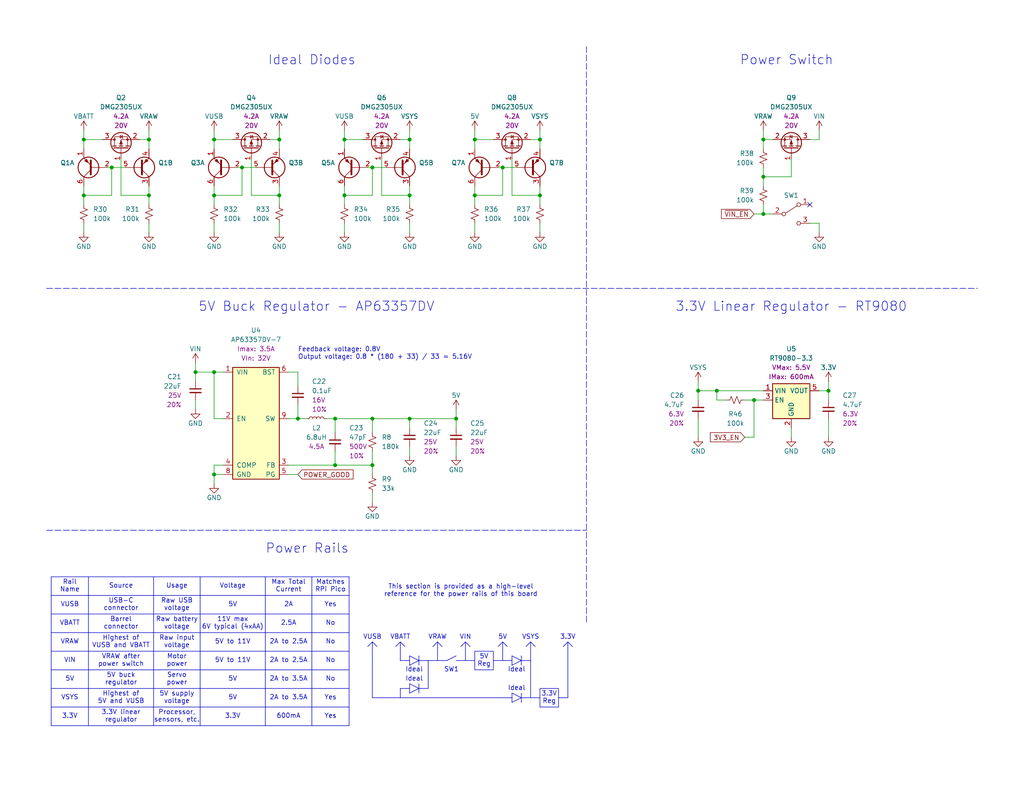
<source format=kicad_sch>
(kicad_sch (version 20231120) (generator "eeschema") (generator_version "8.0")
  (paper "USLetter")
  (title_block (title "SparkFun XRP Control Board") (date "2024-12-12") (rev "v20") (company "SparkFun Electronics") (comment 1 "Designed by: Dryw Wade"))
  (junction (at 205.74 109.22))
  (junction (at 58.42 129.54))
  (junction (at 208.28 58.42))
  (junction (at 226.06 106.68))
  (junction (at 22.86 53.34))
  (junction (at 129.54 53.34))
  (junction (at 111.76 53.34))
  (junction (at 137.16 45.72))
  (junction (at 22.86 38.1))
  (junction (at 208.28 38.1))
  (junction (at 30.48 45.72))
  (junction (at 66.04 45.72))
  (junction (at 208.28 48.26))
  (junction (at 124.46 114.3))
  (junction (at 101.6 114.3))
  (junction (at 93.98 53.34))
  (junction (at 58.42 101.6))
  (junction (at 58.42 38.1))
  (junction (at 129.54 38.1))
  (junction (at 58.42 53.34))
  (junction (at 195.58 106.68))
  (junction (at 101.6 45.72))
  (junction (at 76.2 38.1))
  (junction (at 81.28 114.3))
  (junction (at 53.34 101.6))
  (junction (at 111.76 114.3))
  (junction (at 101.6 127))
  (junction (at 91.44 114.3))
  (junction (at 190.5 106.68))
  (junction (at 147.32 53.34))
  (junction (at 111.76 38.1))
  (junction (at 91.44 127))
  (junction (at 147.32 38.1))
  (junction (at 93.98 38.1))
  (junction (at 40.64 53.34))
  (junction (at 76.2 53.34))
  (junction (at 40.64 38.1))
  (no_connect (at 220.98 55.88))
  (wire (pts (xy 91.44 114.3) (xy 91.44 118.11)))
  (polyline (pts (xy 13.97 182.88) (xy 95.25 182.88)))
  (wire (pts (xy 29.21 45.72) (xy 30.48 45.72)))
  (wire (pts (xy 215.9 43.18) (xy 215.9 48.26)))
  (wire (pts (xy 139.7 53.34) (xy 147.32 53.34)))
  (wire (pts (xy 129.54 63.5) (xy 129.54 60.96)))
  (wire (pts (xy 101.6 137.16) (xy 101.6 134.62)))
  (wire (pts (xy 40.64 53.34) (xy 40.64 55.88)))
  (polyline (pts (xy 153.67 176.53) (xy 154.94 175.26)))
  (polyline (pts (xy 109.22 180.34) (xy 111.76 180.34)))
  (wire (pts (xy 215.9 119.38) (xy 215.9 116.84)))
  (wire (pts (xy 208.28 38.1) (xy 210.82 38.1)))
  (wire (pts (xy 81.28 101.6) (xy 78.74 101.6)))
  (polyline (pts (xy 127 175.26) (xy 128.27 176.53)))
  (polyline (pts (xy 127 175.26) (xy 127 180.34)))
  (wire (pts (xy 53.34 99.06) (xy 53.34 101.6)))
  (polyline (pts (xy 111.76 181.61) (xy 114.3 180.34)))
  (polyline (pts (xy 139.7 189.23) (xy 142.24 190.5)))
  (wire (pts (xy 58.42 101.6) (xy 60.96 101.6)))
  (wire (pts (xy 104.14 43.18) (xy 104.14 53.34)))
  (wire (pts (xy 205.74 58.42) (xy 208.28 58.42)))
  (wire (pts (xy 223.52 60.96) (xy 223.52 63.5)))
  (wire (pts (xy 101.6 114.3) (xy 91.44 114.3)))
  (wire (pts (xy 198.12 109.22) (xy 195.58 109.22)))
  (polyline (pts (xy 116.84 180.34) (xy 116.84 187.96)))
  (wire (pts (xy 223.52 106.68) (xy 226.06 106.68)))
  (wire (pts (xy 33.02 53.34) (xy 40.64 53.34)))
  (wire (pts (xy 205.74 109.22) (xy 208.28 109.22)))
  (polyline (pts (xy 100.33 176.53) (xy 101.6 175.26)))
  (wire (pts (xy 190.5 106.68) (xy 190.5 109.22)))
  (polyline (pts (xy 95.25 198.12) (xy 95.25 157.48)))
  (wire (pts (xy 195.58 109.22) (xy 195.58 106.68)))
  (polyline (pts (xy 119.38 175.26) (xy 119.38 180.34)))
  (polyline (pts (xy 142.24 180.34) (xy 144.78 180.34)))
  (wire (pts (xy 58.42 50.8) (xy 58.42 53.34)))
  (wire (pts (xy 76.2 35.56) (xy 76.2 38.1)))
  (wire (pts (xy 58.42 127) (xy 58.42 129.54)))
  (polyline (pts (xy 111.76 187.96) (xy 109.22 187.96)))
  (wire (pts (xy 208.28 106.68) (xy 195.58 106.68)))
  (wire (pts (xy 40.64 35.56) (xy 40.64 38.1)))
  (polyline (pts (xy 144.78 180.34) (xy 144.78 190.5)))
  (wire (pts (xy 22.86 35.56) (xy 22.86 38.1)))
  (wire (pts (xy 226.06 106.68) (xy 226.06 109.22)))
  (polyline (pts (xy 13.97 157.48) (xy 13.97 198.12)))
  (polyline (pts (xy 114.3 179.07) (xy 114.3 181.61)))
  (wire (pts (xy 101.6 127) (xy 91.44 127)))
  (wire (pts (xy 93.98 35.56) (xy 93.98 38.1)))
  (polyline (pts (xy 114.3 187.96) (xy 116.84 187.96)))
  (wire (pts (xy 111.76 40.64) (xy 111.76 38.1)))
  (polyline (pts (xy 111.76 179.07) (xy 111.76 181.61)))
  (wire (pts (xy 81.28 101.6) (xy 81.28 105.41)))
  (wire (pts (xy 124.46 114.3) (xy 111.76 114.3)))
  (wire (pts (xy 81.28 114.3) (xy 83.82 114.3)))
  (polyline (pts (xy 139.7 179.07) (xy 142.24 180.34)))
  (polyline (pts (xy 109.22 175.26) (xy 110.49 176.53)))
  (wire (pts (xy 76.2 38.1) (xy 73.66 38.1)))
  (polyline (pts (xy 111.76 186.69) (xy 111.76 189.23)))
  (wire (pts (xy 40.64 38.1) (xy 38.1 38.1)))
  (polyline (pts (xy 125.73 176.53) (xy 127 175.26)))
  (wire (pts (xy 76.2 53.34) (xy 76.2 55.88)))
  (wire (pts (xy 129.54 38.1) (xy 134.62 38.1)))
  (wire (pts (xy 111.76 116.84) (xy 111.76 114.3)))
  (wire (pts (xy 22.86 50.8) (xy 22.86 53.34)))
  (polyline (pts (xy 109.22 190.5) (xy 139.7 190.5)))
  (wire (pts (xy 139.7 43.18) (xy 139.7 53.34)))
  (wire (pts (xy 58.42 129.54) (xy 58.42 132.08)))
  (wire (pts (xy 137.16 45.72) (xy 140.97 45.72)))
  (polyline (pts (xy 101.6 175.26) (xy 102.87 176.53)))
  (wire (pts (xy 91.44 127) (xy 78.74 127)))
  (wire (pts (xy 129.54 35.56) (xy 129.54 38.1)))
  (wire (pts (xy 101.6 45.72) (xy 105.41 45.72)))
  (wire (pts (xy 78.74 114.3) (xy 81.28 114.3)))
  (polyline (pts (xy 13.97 177.8) (xy 95.25 177.8)))
  (polyline (pts (xy 13.97 198.12) (xy 95.25 198.12)))
  (polyline (pts (xy 139.7 181.61) (xy 142.24 180.34)))
  (wire (pts (xy 147.32 38.1) (xy 144.78 38.1)))
  (polyline (pts (xy 137.16 175.26) (xy 137.16 180.34)))
  (wire (pts (xy 220.98 38.1) (xy 223.52 38.1)))
  (wire (pts (xy 53.34 111.76) (xy 53.34 109.22)))
  (wire (pts (xy 203.2 109.22) (xy 205.74 109.22)))
  (wire (pts (xy 129.54 50.8) (xy 129.54 53.34)))
  (wire (pts (xy 101.6 114.3) (xy 101.6 118.11)))
  (wire (pts (xy 205.74 119.38) (xy 205.74 109.22)))
  (wire (pts (xy 129.54 40.64) (xy 129.54 38.1)))
  (wire (pts (xy 111.76 50.8) (xy 111.76 53.34)))
  (polyline (pts (xy 139.7 179.07) (xy 139.7 181.61)))
  (wire (pts (xy 22.86 53.34) (xy 22.86 55.88)))
  (polyline (pts (xy 13.97 187.96) (xy 95.25 187.96)))
  (polyline (pts (xy 160.02 12.7) (xy 160.02 170.18)) (stroke (width 0) (type dash)))
  (wire (pts (xy 58.42 114.3) (xy 60.96 114.3)))
  (wire (pts (xy 137.16 53.34) (xy 137.16 45.72)))
  (wire (pts (xy 93.98 53.34) (xy 101.6 53.34)))
  (wire (pts (xy 66.04 53.34) (xy 66.04 45.72)))
  (wire (pts (xy 208.28 45.72) (xy 208.28 48.26)))
  (wire (pts (xy 58.42 53.34) (xy 66.04 53.34)))
  (wire (pts (xy 195.58 106.68) (xy 190.5 106.68)))
  (polyline (pts (xy 13.97 172.72) (xy 95.25 172.72)))
  (wire (pts (xy 66.04 45.72) (xy 69.85 45.72)))
  (polyline (pts (xy 124.46 179.07) (xy 121.92 180.34)))
  (polyline (pts (xy 135.89 176.53) (xy 137.16 175.26)))
  (wire (pts (xy 111.76 35.56) (xy 111.76 38.1)))
  (wire (pts (xy 101.6 53.34) (xy 101.6 45.72)))
  (wire (pts (xy 100.33 45.72) (xy 101.6 45.72)))
  (polyline (pts (xy 85.09 157.48) (xy 85.09 198.12)))
  (wire (pts (xy 40.64 63.5) (xy 40.64 60.96)))
  (wire (pts (xy 124.46 111.76) (xy 124.46 114.3)))
  (polyline (pts (xy 144.78 175.26) (xy 146.05 176.53)))
  (wire (pts (xy 33.02 43.18) (xy 33.02 53.34)))
  (wire (pts (xy 64.77 45.72) (xy 66.04 45.72)))
  (wire (pts (xy 40.64 50.8) (xy 40.64 53.34)))
  (polyline (pts (xy 142.24 189.23) (xy 142.24 191.77)))
  (polyline (pts (xy 124.46 180.34) (xy 129.54 180.34)))
  (polyline (pts (xy 12.7 78.74) (xy 266.7 78.74)) (stroke (width 0) (type dash)))
  (polyline (pts (xy 109.22 190.5) (xy 101.6 190.5)))
  (polyline (pts (xy 134.62 180.34) (xy 139.7 180.34)))
  (wire (pts (xy 111.76 124.46) (xy 111.76 121.92)))
  (wire (pts (xy 91.44 123.19) (xy 91.44 127)))
  (wire (pts (xy 135.89 45.72) (xy 137.16 45.72)))
  (polyline (pts (xy 13.97 193.04) (xy 95.25 193.04)))
  (wire (pts (xy 58.42 63.5) (xy 58.42 60.96)))
  (polyline (pts (xy 41.91 157.48) (xy 41.91 198.12)))
  (wire (pts (xy 129.54 53.34) (xy 137.16 53.34)))
  (wire (pts (xy 58.42 35.56) (xy 58.42 38.1)))
  (wire (pts (xy 60.96 127) (xy 58.42 127)))
  (wire (pts (xy 76.2 40.64) (xy 76.2 38.1)))
  (polyline (pts (xy 107.95 176.53) (xy 109.22 175.26)))
  (wire (pts (xy 58.42 40.64) (xy 58.42 38.1)))
  (wire (pts (xy 78.74 129.54) (xy 81.28 129.54)))
  (wire (pts (xy 208.28 58.42) (xy 210.82 58.42)))
  (wire (pts (xy 147.32 50.8) (xy 147.32 53.34)))
  (wire (pts (xy 58.42 38.1) (xy 63.5 38.1)))
  (wire (pts (xy 88.9 114.3) (xy 91.44 114.3)))
  (wire (pts (xy 40.64 40.64) (xy 40.64 38.1)))
  (wire (pts (xy 203.2 119.38) (xy 205.74 119.38)))
  (wire (pts (xy 226.06 114.3) (xy 226.06 119.38)))
  (polyline (pts (xy 139.7 189.23) (xy 139.7 191.77)))
  (polyline (pts (xy 24.13 157.48) (xy 24.13 198.12)))
  (wire (pts (xy 220.98 60.96) (xy 223.52 60.96)))
  (wire (pts (xy 60.96 129.54) (xy 58.42 129.54)))
  (wire (pts (xy 53.34 101.6) (xy 53.34 104.14)))
  (polyline (pts (xy 13.97 157.48) (xy 95.25 157.48)))
  (polyline (pts (xy 101.6 175.26) (xy 101.6 180.34)))
  (polyline (pts (xy 144.78 175.26) (xy 144.78 180.34)))
  (polyline (pts (xy 142.24 179.07) (xy 142.24 181.61)))
  (wire (pts (xy 68.58 43.18) (xy 68.58 53.34)))
  (wire (pts (xy 30.48 45.72) (xy 34.29 45.72)))
  (polyline (pts (xy 116.84 180.34) (xy 121.92 180.34)))
  (wire (pts (xy 215.9 48.26) (xy 208.28 48.26)))
  (wire (pts (xy 53.34 101.6) (xy 58.42 101.6)))
  (wire (pts (xy 93.98 40.64) (xy 93.98 38.1)))
  (wire (pts (xy 208.28 35.56) (xy 208.28 38.1)))
  (wire (pts (xy 111.76 114.3) (xy 101.6 114.3)))
  (wire (pts (xy 68.58 53.34) (xy 76.2 53.34)))
  (polyline (pts (xy 111.76 186.69) (xy 114.3 187.96)))
  (wire (pts (xy 124.46 116.84) (xy 124.46 114.3)))
  (wire (pts (xy 22.86 40.64) (xy 22.86 38.1)))
  (wire (pts (xy 76.2 50.8) (xy 76.2 53.34)))
  (polyline (pts (xy 13.97 162.56) (xy 95.25 162.56)))
  (wire (pts (xy 101.6 123.19) (xy 101.6 127)))
  (polyline (pts (xy 111.76 189.23) (xy 114.3 187.96)))
  (polyline (pts (xy 139.7 191.77) (xy 142.24 190.5)))
  (polyline (pts (xy 118.11 176.53) (xy 119.38 175.26)))
  (wire (pts (xy 147.32 35.56) (xy 147.32 38.1)))
  (wire (pts (xy 111.76 63.5) (xy 111.76 60.96)))
  (wire (pts (xy 101.6 129.54) (xy 101.6 127)))
  (polyline (pts (xy 142.24 190.5) (xy 147.32 190.5)))
  (wire (pts (xy 93.98 50.8) (xy 93.98 53.34)))
  (wire (pts (xy 76.2 63.5) (xy 76.2 60.96)))
  (polyline (pts (xy 152.4 190.5) (xy 154.94 190.5)))
  (wire (pts (xy 124.46 124.46) (xy 124.46 121.92)))
  (polyline (pts (xy 72.39 157.48) (xy 72.39 198.12)))
  (polyline (pts (xy 111.76 179.07) (xy 114.3 180.34)))
  (wire (pts (xy 93.98 63.5) (xy 93.98 60.96)))
  (wire (pts (xy 147.32 40.64) (xy 147.32 38.1)))
  (wire (pts (xy 208.28 55.88) (xy 208.28 58.42)))
  (polyline (pts (xy 114.3 186.69) (xy 114.3 189.23)))
  (wire (pts (xy 93.98 53.34) (xy 93.98 55.88)))
  (wire (pts (xy 22.86 53.34) (xy 30.48 53.34)))
  (wire (pts (xy 30.48 53.34) (xy 30.48 45.72)))
  (wire (pts (xy 208.28 38.1) (xy 208.28 40.64)))
  (wire (pts (xy 190.5 104.14) (xy 190.5 106.68)))
  (polyline (pts (xy 12.7 144.78) (xy 160.02 144.78)) (stroke (width 0) (type dash)))
  (wire (pts (xy 147.32 53.34) (xy 147.32 55.88)))
  (wire (pts (xy 111.76 38.1) (xy 109.22 38.1)))
  (polyline (pts (xy 13.97 167.64) (xy 95.25 167.64)))
  (wire (pts (xy 93.98 38.1) (xy 99.06 38.1)))
  (wire (pts (xy 226.06 104.14) (xy 226.06 106.68)))
  (polyline (pts (xy 154.94 175.26) (xy 154.94 190.5)))
  (wire (pts (xy 22.86 63.5) (xy 22.86 60.96)))
  (wire (pts (xy 58.42 101.6) (xy 58.42 114.3)))
  (wire (pts (xy 81.28 110.49) (xy 81.28 114.3)))
  (polyline (pts (xy 109.22 175.26) (xy 109.22 180.34)))
  (wire (pts (xy 208.28 48.26) (xy 208.28 50.8)))
  (wire (pts (xy 147.32 63.5) (xy 147.32 60.96)))
  (wire (pts (xy 22.86 38.1) (xy 27.94 38.1)))
  (polyline (pts (xy 109.22 187.96) (xy 109.22 190.5)))
  (polyline (pts (xy 143.51 176.53) (xy 144.78 175.26)))
  (wire (pts (xy 111.76 53.34) (xy 111.76 55.88)))
  (polyline (pts (xy 101.6 180.34) (xy 101.6 190.5)))
  (polyline (pts (xy 54.61 157.48) (xy 54.61 198.12)))
  (polyline (pts (xy 114.3 180.34) (xy 116.84 180.34)))
  (polyline (pts (xy 154.94 175.26) (xy 156.21 176.53)))
  (polyline (pts (xy 137.16 175.26) (xy 138.43 176.53)))
  (wire (pts (xy 104.14 53.34) (xy 111.76 53.34)))
  (wire (pts (xy 58.42 53.34) (xy 58.42 55.88)))
  (wire (pts (xy 129.54 53.34) (xy 129.54 55.88)))
  (wire (pts (xy 223.52 38.1) (xy 223.52 35.56)))
  (polyline (pts (xy 119.38 175.26) (xy 120.65 176.53)))
  (wire (pts (xy 190.5 119.38) (xy 190.5 114.3)))
  (rectangle (start 147.32 187.96) (end 152.4 193.04))
  (rectangle (start 129.54 177.8) (end 134.62 182.88))
  (text "VIN" (at 19.05 180.34 0) (effects (font (size 1.27 1.27))))
  (text "VUSB" (at 101.6 173.99 0) (effects (font (size 1.27 1.27))))
  (text "USB-C\nconnector" (at 33.02 165.1 0) (effects (font (size 1.27 1.27))))
  (text "600mA" (at 78.74 195.58 0) (effects (font (size 1.27 1.27))))
  (text "2A" (at 78.74 165.1 0) (effects (font (size 1.27 1.27))))
  (text "No" (at 90.17 185.42 0) (effects (font (size 1.27 1.27))))
  (text "Yes" (at 90.17 195.58 0) (effects (font (size 1.27 1.27))))
  (text "Raw battery\nvoltage" (at 48.26 170.18 0) (effects (font (size 1.27 1.27))))
  (text "VUSB" (at 19.05 165.1 0) (effects (font (size 1.27 1.27))))
  (text "Raw USB\nvoltage" (at 48.26 165.1 0) (effects (font (size 1.27 1.27))))
  (text "VRAW after\npower switch" (at 33.02 180.34 0) (effects (font (size 1.27 1.27))))
  (text "5V" (at 63.5 185.42 0) (effects (font (size 1.27 1.27))))
  (text "Raw input\nvoltage" (at 48.26 175.26 0) (effects (font (size 1.27 1.27))))
  (text "This section is provided as a high-level\nreference for the power rails of this board" (at 125.73 161.29 0) (effects (font (size 1.27 1.27))))
  (text "3.3V" (at 63.5 195.58 0) (effects (font (size 1.27 1.27))))
  (text "Ideal" (at 140.97 182.88 0) (effects (font (size 1.27 1.27))))
  (text "No" (at 90.17 175.26 0) (effects (font (size 1.27 1.27))))
  (text "3.3V Linear Regulator - RT9080" (at 215.9 83.82 0) (effects (font (size 2.54 2.54))))
  (text "2A to 3.5A" (at 78.74 190.5 0) (effects (font (size 1.27 1.27))))
  (text "Voltage" (at 63.5 160.02 0) (effects (font (size 1.27 1.27))))
  (text "5V\nReg" (at 132.08 180.34 0) (effects (font (size 1.27 1.27))))
  (text "Yes" (at 90.17 190.5 0) (effects (font (size 1.27 1.27))))
  (text "Rail\nName" (at 19.05 160.02 0) (effects (font (size 1.27 1.27))))
  (text "VSYS" (at 144.78 173.99 0) (effects (font (size 1.27 1.27))))
  (text "2A to 2.5A" (at 78.74 175.26 0) (effects (font (size 1.27 1.27))))
  (text "Servo\npower" (at 48.26 185.42 0) (effects (font (size 1.27 1.27))))
  (text "5V Buck Regulator - AP63357DV" (at 86.36 83.82 0) (effects (font (size 2.54 2.54))))
  (text "Power Rails" (at 83.82 149.86 0) (effects (font (size 2.54 2.54))))
  (text "2A to 3.5A" (at 78.74 185.42 0) (effects (font (size 1.27 1.27))))
  (text "VBATT" (at 19.05 170.18 0) (effects (font (size 1.27 1.27))))
  (text "Usage" (at 48.26 160.02 0) (effects (font (size 1.27 1.27))))
  (text "VRAW" (at 119.38 173.99 0) (effects (font (size 1.27 1.27))))
  (text "Power Switch" (at 214.63 16.51 0) (effects (font (size 2.54 2.54))))
  (text "11V max\n6V typical (4xAA)" (at 63.5 170.18 0) (effects (font (size 1.27 1.27))))
  (text "3.3V" (at 154.94 173.99 0) (effects (font (size 1.27 1.27))))
  (text "Ideal Diodes" (at 85.09 16.51 0) (effects (font (size 2.54 2.54))))
  (text "Highest of\n5V and VUSB" (at 33.02 190.5 0) (effects (font (size 1.27 1.27))))
  (text "5V to 11V" (at 63.5 175.26 0) (effects (font (size 1.27 1.27))))
  (text "No" (at 90.17 180.34 0) (effects (font (size 1.27 1.27))))
  (text "3.3V" (at 19.05 195.58 0) (effects (font (size 1.27 1.27))))
  (text "Source" (at 33.02 160.02 0) (effects (font (size 1.27 1.27))))
  (text "Feedback voltage: 0.8V\nOutput voltage: 0.8 * (180 + 33) / 33 = 5.16V" (at 81.28 96.52 0) (effects (font (size 1.27 1.27)) (justify left)))
  (text "Max Total\nCurrent" (at 78.74 160.02 0) (effects (font (size 1.27 1.27))))
  (text "5V to 11V" (at 63.5 180.34 0) (effects (font (size 1.27 1.27))))
  (text "5V supply\nvoltage" (at 48.26 190.5 0) (effects (font (size 1.27 1.27))))
  (text "Yes" (at 90.17 165.1 0) (effects (font (size 1.27 1.27))))
  (text "Ideal" (at 113.03 185.42 0) (effects (font (size 1.27 1.27))))
  (text "Highest of\nVUSB and VBATT" (at 33.02 175.26 0) (effects (font (size 1.27 1.27))))
  (text "VSYS" (at 19.05 190.5 0) (effects (font (size 1.27 1.27))))
  (text "Barrel\nconnector" (at 33.02 170.18 0) (effects (font (size 1.27 1.27))))
  (text "2A to 2.5A" (at 78.74 180.34 0) (effects (font (size 1.27 1.27))))
  (text "VBATT" (at 109.22 173.99 0) (effects (font (size 1.27 1.27))))
  (text "3.3V\nReg" (at 149.86 190.5 0) (effects (font (size 1.27 1.27))))
  (text "SW1" (at 123.19 182.88 0) (effects (font (size 1.27 1.27))))
  (text "VIN" (at 127 173.99 0) (effects (font (size 1.27 1.27))))
  (text "No" (at 90.17 170.18 0) (effects (font (size 1.27 1.27))))
  (text "5V" (at 137.16 173.99 0) (effects (font (size 1.27 1.27))))
  (text "5V" (at 19.05 185.42 0) (effects (font (size 1.27 1.27))))
  (text "Matches\nRPi Pico" (at 90.17 160.02 0) (effects (font (size 1.27 1.27))))
  (text "3.3V linear\nregulator" (at 33.02 195.58 0) (effects (font (size 1.27 1.27))))
  (text "5V buck\nregulator" (at 33.02 185.42 0) (effects (font (size 1.27 1.27))))
  (text "VRAW" (at 19.05 175.26 0) (effects (font (size 1.27 1.27))))
  (text "Motor\npower" (at 48.26 180.34 0) (effects (font (size 1.27 1.27))))
  (text "Ideal" (at 113.03 182.88 0) (effects (font (size 1.27 1.27))))
  (text "2.5A" (at 78.74 170.18 0) (effects (font (size 1.27 1.27))))
  (text "Processor,\nsensors, etc." (at 48.26 195.58 0) (effects (font (size 1.27 1.27))))
  (text "5V" (at 63.5 190.5 0) (effects (font (size 1.27 1.27))))
  (text "5V" (at 63.5 165.1 0) (effects (font (size 1.27 1.27))))
  (text "Ideal" (at 140.97 187.96 0) (effects (font (size 1.27 1.27))))
  (global_label "POWER_GOOD" (shape input) (at 81.28 129.54 0) (property "Intersheetrefs" "${INTERSHEET_REFS}" (effects (hide yes))))
  (global_label "~{VIN_EN}" (shape input) (at 205.74 58.42 180) (property "Intersheetrefs" "${INTERSHEET_REFS}" (effects (hide yes))))
  (global_label "3V3_EN" (shape input) (at 203.2 119.38 180) (property "Intersheetrefs" "${INTERSHEET_REFS}" (effects (hide yes))))
  (symbol (lib_id "SparkFun-Resistor:100k_0402") (at 40.64 58.42 90) (unit 1)
    (property "Reference" "R31" (at 38.1 57.1499 90) (effects (justify left)))
    (property "Value" "100k" (at 38.1 59.6899 90) (effects (justify left)))
    (property "Footprint" "SparkFun-Resistor:R_0402_1005Metric" (effects (hide yes)))
    (property "Datasheet" "https://www.vishay.com/docs/20035/dcrcwe3.pdf" (effects (hide yes)))
    (property "Description" "Resistor" (effects (hide yes)))
    (property "PROD_ID" "RES-13495" (effects (hide yes)))
  )
  (symbol (lib_id "SparkFun-Resistor:33k_0402") (at 101.6 132.08 90) (unit 1)
    (property "Reference" "R9" (at 104.14 130.8099 90) (effects (justify right)))
    (property "Value" "33k" (at 104.14 133.3499 90) (effects (justify right)))
    (property "Footprint" "SparkFun-Resistor:R_0402_1005Metric" (effects (hide yes)))
    (property "Datasheet" "https://www.vishay.com/docs/20035/dcrcwe3.pdf" (effects (hide yes)))
    (property "Description" "Resistor" (effects (hide yes)))
    (property "PROD_ID" "RES-15128" (effects (hide yes)))
  )
  (symbol (lib_id "SparkFun-DiscreteSemi:Q_PMOS_4.2A_20V") (at 33.02 40.64 90) (unit 1)
    (property "Reference" "Q2" (at 33.02 26.67 90))
    (property "Value" "DMG2305UX" (at 33.02 29.21 90))
    (property "Footprint" "SparkFun-Semiconductor-Standard:SOT23-3" (effects (hide yes)))
    (property "Datasheet" "https://www.diodes.com/assets/Datasheets/DMG2305UX.pdf" (effects (hide yes)))
    (property "Description" "P-MOSFET transistor, drain/gate/source" (effects (hide yes)))
    (property "PROD_ID" "TRANS-14388" (effects (hide yes)))
    (property "IMax" "4.2A" (at 33.02 31.75 90))
    (property "VMax" "20V" (at 33.02 34.29 90))
  )
  (symbol (lib_id "SparkFun-DiscreteSemi:Q_PMOS_4.2A_20V") (at 215.9 40.64 270) (mirror x) (unit 1)
    (property "Reference" "Q9" (at 215.9 26.67 90))
    (property "Value" "DMG2305UX" (at 215.9 29.21 90))
    (property "Footprint" "SparkFun-Semiconductor-Standard:SOT23-3" (effects (hide yes)))
    (property "Datasheet" "https://www.diodes.com/assets/Datasheets/DMG2305UX.pdf" (effects (hide yes)))
    (property "Description" "P-MOSFET transistor, drain/gate/source" (effects (hide yes)))
    (property "PROD_ID" "TRANS-14388" (effects (hide yes)))
    (property "IMax" "4.2A" (at 215.9 31.75 90))
    (property "VMax" "20V" (at 215.9 34.29 90))
  )
  (symbol (lib_id "SparkFun-PowerSymbol:VRAW") (at 147.32 35.56 0) (unit 1)
    (property "Reference" "#PWR0153" (effects (hide yes)))
    (property "Value" "VSYS" (at 147.32 31.75 0))
    (property "Description" "Power symbol creates a global label with name \"VRAW\"" (effects (hide yes)))
  )
  (symbol (lib_id "SparkFun-PowerSymbol:VRAW") (at 111.76 35.56 0) (unit 1)
    (property "Reference" "#PWR0152" (effects (hide yes)))
    (property "Value" "VSYS" (at 111.76 31.75 0))
    (property "Description" "Power symbol creates a global label with name \"VRAW\"" (effects (hide yes)))
  )
  (symbol (lib_id "SparkFun-PowerSymbol:GND") (at 111.76 124.46 0) (unit 1)
    (property "Reference" "#PWR045" (effects (hide yes)))
    (property "Value" "GND" (at 111.76 128.27 0))
    (property "Description" "Power symbol creates a global label with name \"GND\" , ground" (effects (hide yes)))
  )
  (symbol (lib_id "SparkFun-PowerSymbol:GND") (at 53.34 111.76 0) (unit 1)
    (property "Reference" "#PWR042" (effects (hide yes)))
    (property "Value" "GND" (at 53.34 115.57 0))
    (property "Description" "Power symbol creates a global label with name \"GND\" , ground" (effects (hide yes)))
  )
  (symbol (lib_id "SparkFun-PowerSymbol:GND") (at 93.98 63.5 0) (unit 1)
    (property "Reference" "#PWR0141" (effects (hide yes)))
    (property "Value" "GND" (at 93.98 67.31 0))
    (property "Description" "Power symbol creates a global label with name \"GND\" , ground" (effects (hide yes)))
  )
  (symbol (lib_id "SparkFun-DiscreteSemi:Q_PNP_DUAL") (at 96.52 45.72 0) (mirror y) (unit 1)
    (property "Reference" "Q5" (at 91.44 44.4499 0) (effects (justify left)))
    (property "Value" "BCM857BS-7-F" (effects (hide yes)))
    (property "Footprint" "SparkFun-Semiconductor-Standard:SOT-323" (effects (hide yes)))
    (property "Datasheet" "https://www.diodes.com/assets/Datasheets/BCM857BS.pdf" (effects (hide yes)))
    (property "Description" "100mA IC, 65V Vce, Dual PNP/PNP Transistors, SOT-363" (effects (hide yes)))
    (property "PROD_ID" "TRANS-14386" (effects (hide yes)))
  )
  (symbol (lib_id "SparkFun-PowerSymbol:GND") (at 223.52 63.5 0) (unit 1)
    (property "Reference" "#PWR0158" (effects (hide yes)))
    (property "Value" "GND" (at 223.52 67.31 0))
    (property "Description" "Power symbol creates a global label with name \"GND\" , ground" (effects (hide yes)))
  )
  (symbol (lib_id "SparkFun-DiscreteSemi:Q_PNP_DUAL") (at 109.22 45.72 0) (unit 2)
    (property "Reference" "Q5" (at 114.3 44.4499 0) (effects (justify left)))
    (property "Value" "BCM857BS-7-F" (effects (hide yes)))
    (property "Footprint" "SparkFun-Semiconductor-Standard:SOT-323" (effects (hide yes)))
    (property "Datasheet" "https://www.diodes.com/assets/Datasheets/BCM857BS.pdf" (effects (hide yes)))
    (property "Description" "100mA IC, 65V Vce, Dual PNP/PNP Transistors, SOT-363" (effects (hide yes)))
    (property "PROD_ID" "TRANS-14386" (effects (hide yes)))
  )
  (symbol (lib_id "SparkFun-PowerSymbol:VRAW") (at 208.28 35.56 0) (unit 1)
    (property "Reference" "#PWR0156" (effects (hide yes)))
    (property "Value" "VRAW" (at 208.28 31.75 0))
    (property "Description" "Power symbol creates a global label with name \"VRAW\"" (effects (hide yes)))
  )
  (symbol (lib_id "SparkFun-Resistor:100k_0402") (at 200.66 109.22 0) (unit 1)
    (property "Reference" "R46" (at 200.66 113.03 0))
    (property "Value" "100k" (at 200.66 115.57 0))
    (property "Footprint" "SparkFun-Resistor:R_0402_1005Metric" (effects (hide yes)))
    (property "Datasheet" "https://www.vishay.com/docs/20035/dcrcwe3.pdf" (effects (hide yes)))
    (property "Description" "Resistor" (effects (hide yes)))
    (property "PROD_ID" "RES-13495" (effects (hide yes)))
  )
  (symbol (lib_id "SparkFun-PowerSymbol:GND") (at 58.42 132.08 0) (unit 1)
    (property "Reference" "#PWR043" (effects (hide yes)))
    (property "Value" "GND" (at 58.42 135.89 0))
    (property "Description" "Power symbol creates a global label with name \"GND\" , ground" (effects (hide yes)))
  )
  (symbol (lib_id "SparkFun-Resistor:100k_0402") (at 22.86 58.42 90) (unit 1)
    (property "Reference" "R30" (at 25.4 57.1499 90) (effects (justify right)))
    (property "Value" "100k" (at 25.4 59.6899 90) (effects (justify right)))
    (property "Footprint" "SparkFun-Resistor:R_0402_1005Metric" (effects (hide yes)))
    (property "Datasheet" "https://www.vishay.com/docs/20035/dcrcwe3.pdf" (effects (hide yes)))
    (property "Description" "Resistor" (effects (hide yes)))
    (property "PROD_ID" "RES-13495" (effects (hide yes)))
  )
  (symbol (lib_id "SparkFun-DiscreteSemi:Q_PNP_DUAL") (at 73.66 45.72 0) (unit 2)
    (property "Reference" "Q3" (at 78.74 44.4499 0) (effects (justify left)))
    (property "Value" "BCM857BS-7-F" (effects (hide yes)))
    (property "Footprint" "SparkFun-Semiconductor-Standard:SOT-323" (effects (hide yes)))
    (property "Datasheet" "https://www.diodes.com/assets/Datasheets/BCM857BS.pdf" (effects (hide yes)))
    (property "Description" "100mA IC, 65V Vce, Dual PNP/PNP Transistors, SOT-363" (effects (hide yes)))
    (property "PROD_ID" "TRANS-14386" (effects (hide yes)))
  )
  (symbol (lib_id "SparkFun-Switch:SPDT_Slide_SMD_6.7x2.6mm") (at 215.9 58.42 0) (unit 1)
    (property "Reference" "SW1" (at 215.9 53.34 0))
    (property "Value" "SPDT_Slide_SMD_6.7x2.6mm" (effects (hide yes)))
    (property "Footprint" "SparkFun-Switch:Slide_SPST_SMD_6.7x2.6mm" (effects (hide yes)))
    (property "Datasheet" "https://www.nidec-components.com/e/catalog/switch/cus.pdf" (effects (hide yes)))
    (property "Description" "Switch, single pole double throw" (effects (hide yes)))
    (property "PROD_ID" "SWCH-10651" (effects (hide yes)))
    (property "Mrg Part#" "CUS-12B" (effects (hide yes)))
  )
  (symbol (lib_id "SparkFun-PowerSymbol:VUSB") (at 58.42 35.56 0) (unit 1)
    (property "Reference" "#PWR0146" (effects (hide yes)))
    (property "Value" "VUSB" (at 58.42 31.75 0))
    (property "Description" "Power symbol creates a global label with name \"VUSB\"" (effects (hide yes)))
  )
  (symbol (lib_id "SparkFun-Resistor:100k_0402") (at 58.42 58.42 90) (unit 1)
    (property "Reference" "R32" (at 60.96 57.1499 90) (effects (justify right)))
    (property "Value" "100k" (at 60.96 59.6899 90) (effects (justify right)))
    (property "Footprint" "SparkFun-Resistor:R_0402_1005Metric" (effects (hide yes)))
    (property "Datasheet" "https://www.vishay.com/docs/20035/dcrcwe3.pdf" (effects (hide yes)))
    (property "Description" "Resistor" (effects (hide yes)))
    (property "PROD_ID" "RES-13495" (effects (hide yes)))
  )
  (symbol (lib_id "SparkFun-Resistor:180k_0402") (at 101.6 120.65 90) (unit 1)
    (property "Reference" "R8" (at 104.14 119.3799 90) (effects (justify right)))
    (property "Value" "180k" (at 104.14 121.9199 90) (effects (justify right)))
    (property "Footprint" "SparkFun-Resistor:R_0402_1005Metric" (effects (hide yes)))
    (property "Datasheet" "https://www.vishay.com/docs/20035/dcrcwe3.pdf" (effects (hide yes)))
    (property "Description" "Resistor" (effects (hide yes)))
    (property "PROD_ID" "RES-16069" (effects (hide yes)))
  )
  (symbol (lib_id "SparkFun-PowerSymbol:5V") (at 129.54 35.56 0) (unit 1)
    (property "Reference" "#PWR0150" (effects (hide yes)))
    (property "Value" "5V" (at 129.54 31.75 0))
    (property "Description" "Power symbol creates a global label with name \"5V\"" (effects (hide yes)))
  )
  (symbol (lib_id "SparkFun-PowerSymbol:GND") (at 58.42 63.5 0) (unit 1)
    (property "Reference" "#PWR0139" (effects (hide yes)))
    (property "Value" "GND" (at 58.42 67.31 0))
    (property "Description" "Power symbol creates a global label with name \"GND\" , ground" (effects (hide yes)))
  )
  (symbol (lib_id "SparkFun-PowerSymbol:VUSB") (at 93.98 35.56 0) (unit 1)
    (property "Reference" "#PWR0151" (effects (hide yes)))
    (property "Value" "VUSB" (at 93.98 31.75 0))
    (property "Description" "Power symbol creates a global label with name \"VUSB\"" (effects (hide yes)))
  )
  (symbol (lib_id "SparkFun-Capacitor:47pF_0402_500V_10%") (at 91.44 120.65 0) (unit 1)
    (property "Reference" "C23" (at 95.25 116.8399 0) (effects (justify left)))
    (property "Value" "47pF" (at 95.25 119.3799 0) (effects (justify left)))
    (property "Footprint" "SparkFun-Capacitor:C_0402_1005Metric" (effects (hide yes)))
    (property "Datasheet" "https://cdn.sparkfun.com/assets/8/a/4/a/5/Kemet_Capacitor_Datasheet.pdf" (effects (hide yes)))
    (property "Description" "Unpolarized capacitor" (effects (hide yes)))
    (property "PROD_ID" "CAP-15063" (effects (hide yes)))
    (property "Voltage" "500V" (at 95.25 121.9199 0) (effects (justify left)))
    (property "Tolerance" "10%" (at 95.25 124.4599 0) (effects (justify left)))
  )
  (symbol (lib_id "SparkFun-PowerSymbol:5V") (at 124.46 111.76 0) (unit 1)
    (property "Reference" "#PWR0149" (effects (hide yes)))
    (property "Value" "5V" (at 124.46 107.95 0))
    (property "Description" "Power symbol creates a global label with name \"5V\"" (effects (hide yes)))
  )
  (symbol (lib_id "SparkFun-DiscreteSemi:Q_PNP_DUAL") (at 132.08 45.72 0) (mirror y) (unit 1)
    (property "Reference" "Q7" (at 127 44.4499 0) (effects (justify left)))
    (property "Value" "BCM857BS-7-F" (effects (hide yes)))
    (property "Footprint" "SparkFun-Semiconductor-Standard:SOT-323" (effects (hide yes)))
    (property "Datasheet" "https://www.diodes.com/assets/Datasheets/BCM857BS.pdf" (effects (hide yes)))
    (property "Description" "100mA IC, 65V Vce, Dual PNP/PNP Transistors, SOT-363" (effects (hide yes)))
    (property "PROD_ID" "TRANS-14386" (effects (hide yes)))
  )
  (symbol (lib_id "SparkFun-Resistor:100k_0402") (at 147.32 58.42 90) (unit 1)
    (property "Reference" "R37" (at 144.78 57.1499 90) (effects (justify left)))
    (property "Value" "100k" (at 144.78 59.6899 90) (effects (justify left)))
    (property "Footprint" "SparkFun-Resistor:R_0402_1005Metric" (effects (hide yes)))
    (property "Datasheet" "https://www.vishay.com/docs/20035/dcrcwe3.pdf" (effects (hide yes)))
    (property "Description" "Resistor" (effects (hide yes)))
    (property "PROD_ID" "RES-13495" (effects (hide yes)))
  )
  (symbol (lib_id "SparkFun-PowerSymbol:GND") (at 129.54 63.5 0) (unit 1)
    (property "Reference" "#PWR0143" (effects (hide yes)))
    (property "Value" "GND" (at 129.54 67.31 0))
    (property "Description" "Power symbol creates a global label with name \"GND\" , ground" (effects (hide yes)))
  )
  (symbol (lib_id "SparkFun-Resistor:100k_0402") (at 93.98 58.42 90) (unit 1)
    (property "Reference" "R34" (at 96.52 57.1499 90) (effects (justify right)))
    (property "Value" "100k" (at 96.52 59.6899 90) (effects (justify right)))
    (property "Footprint" "SparkFun-Resistor:R_0402_1005Metric" (effects (hide yes)))
    (property "Datasheet" "https://www.vishay.com/docs/20035/dcrcwe3.pdf" (effects (hide yes)))
    (property "Description" "Resistor" (effects (hide yes)))
    (property "PROD_ID" "RES-13495" (effects (hide yes)))
  )
  (symbol (lib_id "SparkFun-PowerSymbol:VIN") (at 53.34 99.06 0) (unit 1)
    (property "Reference" "#PWR041" (effects (hide yes)))
    (property "Value" "VIN" (at 53.34 95.25 0))
    (property "Description" "Power symbol creates a global label with name \"VIN\"" (effects (hide yes)))
  )
  (symbol (lib_id "SparkFun-Capacitor:22uF_0805_25V_20%") (at 124.46 119.38 0) (unit 1)
    (property "Reference" "C25" (at 128.27 115.5699 0) (effects (justify left)))
    (property "Value" "22uF" (at 128.27 118.1099 0) (effects (justify left)))
    (property "Footprint" "SparkFun-Capacitor:C_0805_2012Metric" (effects (hide yes)))
    (property "Datasheet" "https://mm.digikey.com/Volume0/opasdata/d220001/medias/docus/43/CL21A226MOCLRNC_Spec.pdf" (effects (hide yes)))
    (property "Description" "Unpolarized capacitor" (effects (hide yes)))
    (property "PROD_ID" "CAP-23850" (effects (hide yes)))
    (property "Voltage" "25V" (at 128.27 120.6499 0) (effects (justify left)))
    (property "Tolerance" "20%" (at 128.27 123.1899 0) (effects (justify left)))
  )
  (symbol (lib_id "SparkFun-Resistor:100k_0402") (at 111.76 58.42 90) (unit 1)
    (property "Reference" "R35" (at 109.22 57.1499 90) (effects (justify left)))
    (property "Value" "100k" (at 109.22 59.6899 90) (effects (justify left)))
    (property "Footprint" "SparkFun-Resistor:R_0402_1005Metric" (effects (hide yes)))
    (property "Datasheet" "https://www.vishay.com/docs/20035/dcrcwe3.pdf" (effects (hide yes)))
    (property "Description" "Resistor" (effects (hide yes)))
    (property "PROD_ID" "RES-13495" (effects (hide yes)))
  )
  (symbol (lib_id "SparkFun-Resistor:100k_0402") (at 76.2 58.42 90) (unit 1)
    (property "Reference" "R33" (at 73.66 57.1499 90) (effects (justify left)))
    (property "Value" "100k" (at 73.66 59.6899 90) (effects (justify left)))
    (property "Footprint" "SparkFun-Resistor:R_0402_1005Metric" (effects (hide yes)))
    (property "Datasheet" "https://www.vishay.com/docs/20035/dcrcwe3.pdf" (effects (hide yes)))
    (property "Description" "Resistor" (effects (hide yes)))
    (property "PROD_ID" "RES-13495" (effects (hide yes)))
  )
  (symbol (lib_id "SparkFun-Capacitor:4.7uF_0402_6.3V_10%") (at 190.5 111.76 0) (unit 1)
    (property "Reference" "C26" (at 186.69 107.9499 0) (effects (justify right)))
    (property "Value" "4.7uF" (at 186.69 110.4899 0) (effects (justify right)))
    (property "Footprint" "SparkFun-Capacitor:C_0402_1005Metric" (effects (hide yes)))
    (property "Datasheet" "https://cdn.sparkfun.com/assets/8/a/4/a/5/Kemet_Capacitor_Datasheet.pdf" (effects (hide yes)))
    (property "Description" "Unpolarized capacitor" (effects (hide yes)))
    (property "PROD_ID" "CAP-14240" (effects (hide yes)))
    (property "Voltage" "6.3V" (at 186.69 113.0299 0) (effects (justify right)))
    (property "Tolerance" "20%" (at 186.69 115.5699 0) (effects (justify right)))
  )
  (symbol (lib_id "SparkFun-Capacitor:0.1uF_0402_16V_10%") (at 81.28 107.95 0) (unit 1)
    (property "Reference" "C22" (at 85.09 104.1399 0) (effects (justify left)))
    (property "Value" "0.1uF" (at 85.09 106.6799 0) (effects (justify left)))
    (property "Footprint" "SparkFun-Capacitor:C_0402_1005Metric" (effects (hide yes)))
    (property "Datasheet" "https://cdn.sparkfun.com/assets/8/a/4/a/5/Kemet_Capacitor_Datasheet.pdf" (effects (hide yes)))
    (property "Description" "Unpolarized capacitor" (effects (hide yes)))
    (property "PROD_ID" "CAP-12416" (effects (hide yes)))
    (property "Voltage" "16V" (at 85.09 109.2199 0) (effects (justify left)))
    (property "Tolerance" "10%" (at 85.09 111.7599 0) (effects (justify left)))
  )
  (symbol (lib_id "SparkFun-PowerSymbol:GND") (at 190.5 119.38 0) (unit 1)
    (property "Reference" "#PWR047" (effects (hide yes)))
    (property "Value" "GND" (at 190.5 123.19 0))
    (property "Description" "Power symbol creates a global label with name \"GND\" , ground" (effects (hide yes)))
  )
  (symbol (lib_id "SparkFun-PowerSymbol:GND") (at 101.6 137.16 0) (unit 1)
    (property "Reference" "#PWR044" (effects (hide yes)))
    (property "Value" "GND" (at 101.6 140.97 0))
    (property "Description" "Power symbol creates a global label with name \"GND\" , ground" (effects (hide yes)))
  )
  (symbol (lib_id "SparkFun-DiscreteSemi:Q_PMOS_4.2A_20V") (at 104.14 40.64 90) (unit 1)
    (property "Reference" "Q6" (at 104.14 26.67 90))
    (property "Value" "DMG2305UX" (at 104.14 29.21 90))
    (property "Footprint" "SparkFun-Semiconductor-Standard:SOT23-3" (effects (hide yes)))
    (property "Datasheet" "https://www.diodes.com/assets/Datasheets/DMG2305UX.pdf" (effects (hide yes)))
    (property "Description" "P-MOSFET transistor, drain/gate/source" (effects (hide yes)))
    (property "PROD_ID" "TRANS-14388" (effects (hide yes)))
    (property "IMax" "4.2A" (at 104.14 31.75 90))
    (property "VMax" "20V" (at 104.14 34.29 90))
  )
  (symbol (lib_id "SparkFun-Coil:6.8uH_7.3x6.6mm_4.5A") (at 86.36 114.3 0) (unit 1)
    (property "Reference" "L2" (at 86.36 116.84 0))
    (property "Value" "6.8uH" (at 86.36 119.38 0))
    (property "Footprint" "SparkFun-Coil:Inductor_7.3x6.6mm" (effects (hide yes)))
    (property "Datasheet" "https://productfinder.pulseelectronics.com/api/open/part-attachments/datasheet/BMRA000606306R8MA1" (effects (hide yes)))
    (property "Description" "Inductor" (effects (hide yes)))
    (property "PROD_ID" "NDUC-17223" (effects (hide yes)))
    (property "Current" "4.5A" (at 86.36 121.92 0))
  )
  (symbol (lib_id "SparkFun-Resistor:100k_0402") (at 208.28 43.18 90) (unit 1)
    (property "Reference" "R38" (at 205.74 41.9099 90) (effects (justify left)))
    (property "Value" "100k" (at 205.74 44.4499 90) (effects (justify left)))
    (property "Footprint" "SparkFun-Resistor:R_0402_1005Metric" (effects (hide yes)))
    (property "Datasheet" "https://www.vishay.com/docs/20035/dcrcwe3.pdf" (effects (hide yes)))
    (property "Description" "Resistor" (effects (hide yes)))
    (property "PROD_ID" "RES-13495" (effects (hide yes)))
  )
  (symbol (lib_id "SparkFun-PowerSymbol:VIN") (at 223.52 35.56 0) (unit 1)
    (property "Reference" "#PWR0157" (effects (hide yes)))
    (property "Value" "VIN" (at 223.52 31.75 0))
    (property "Description" "Power symbol creates a global label with name \"VIN\"" (effects (hide yes)))
  )
  (symbol (lib_id "SparkFun-PowerSymbol:GND") (at 40.64 63.5 0) (unit 1)
    (property "Reference" "#PWR0138" (effects (hide yes)))
    (property "Value" "GND" (at 40.64 67.31 0))
    (property "Description" "Power symbol creates a global label with name \"GND\" , ground" (effects (hide yes)))
  )
  (symbol (lib_id "SparkFun-Regulator:RT9080-3.3") (at 215.9 109.22 0) (unit 1)
    (property "Reference" "U5" (at 215.9 95.25 0))
    (property "Value" "RT9080-3.3" (at 215.9 97.79 0))
    (property "Footprint" "SparkFun-Semiconductor-Standard:SOT23-5" (effects (hide yes)))
    (property "Datasheet" "https://www.richtek.com/SaveDownload.aspx?specid=RT9080" (effects (hide yes)))
    (property "Description" "600mA low dropout linear regulator, with enable pin, 3.8V-6V input voltage range, 3.3V fixed positive output, SOT-23-5" (effects (hide yes)))
    (property "PROD_ID" "VREG-19034" (effects (hide yes)))
    (property "VMax" "5.5V" (at 215.9 100.33 0) (show_name yes))
    (property "Imax" "600mA" (effects (hide yes)))
    (property "Iq" "4µA" (effects (hide yes)))
    (property "IMax" "600mA" (at 215.9 102.87 0) (show_name yes))
  )
  (symbol (lib_id "SparkFun-PowerSymbol:VRAW") (at 190.5 104.14 0) (unit 1)
    (property "Reference" "#PWR0154" (effects (hide yes)))
    (property "Value" "VSYS" (at 190.5 100.33 0))
    (property "Description" "Power symbol creates a global label with name \"VRAW\"" (effects (hide yes)))
  )
  (symbol (lib_id "SparkFun-Capacitor:4.7uF_0402_6.3V_10%") (at 226.06 111.76 0) (unit 1)
    (property "Reference" "C27" (at 229.87 107.9499 0) (effects (justify left)))
    (property "Value" "4.7uF" (at 229.87 110.4899 0) (effects (justify left)))
    (property "Footprint" "SparkFun-Capacitor:C_0402_1005Metric" (effects (hide yes)))
    (property "Datasheet" "https://cdn.sparkfun.com/assets/8/a/4/a/5/Kemet_Capacitor_Datasheet.pdf" (effects (hide yes)))
    (property "Description" "Unpolarized capacitor" (effects (hide yes)))
    (property "PROD_ID" "CAP-14240" (effects (hide yes)))
    (property "Voltage" "6.3V" (at 229.87 113.0299 0) (effects (justify left)))
    (property "Tolerance" "20%" (at 229.87 115.5699 0) (effects (justify left)))
  )
  (symbol (lib_id "SparkFun-PowerSymbol:VBATT") (at 22.86 35.56 0) (mirror y) (unit 1)
    (property "Reference" "#PWR0145" (effects (hide yes)))
    (property "Value" "VBATT" (at 22.86 31.75 0))
    (property "Description" "Power symbol creates a global label with name \"VBATT\"" (effects (hide yes)))
  )
  (symbol (lib_id "SparkFun-DiscreteSemi:Q_PNP_DUAL") (at 25.4 45.72 0) (mirror y) (unit 1)
    (property "Reference" "Q1" (at 20.32 44.4499 0) (effects (justify left)))
    (property "Value" "BCM857BS-7-F" (effects (hide yes)))
    (property "Footprint" "SparkFun-Semiconductor-Standard:SOT-323" (effects (hide yes)))
    (property "Datasheet" "https://www.diodes.com/assets/Datasheets/BCM857BS.pdf" (effects (hide yes)))
    (property "Description" "100mA IC, 65V Vce, Dual PNP/PNP Transistors, SOT-363" (effects (hide yes)))
    (property "PROD_ID" "TRANS-14386" (effects (hide yes)))
  )
  (symbol (lib_id "SparkFun-PowerSymbol:3.3V") (at 226.06 104.14 0) (unit 1)
    (property "Reference" "#PWR049" (effects (hide yes)))
    (property "Value" "3.3V" (at 226.06 100.33 0))
    (property "Description" "Power symbol creates a global label with name \"3.3V\"" (effects (hide yes)))
  )
  (symbol (lib_id "SparkFun-PowerSymbol:VRAW") (at 40.64 35.56 0) (unit 1)
    (property "Reference" "#PWR0147" (effects (hide yes)))
    (property "Value" "VRAW" (at 40.64 31.75 0))
    (property "Description" "Power symbol creates a global label with name \"VRAW\"" (effects (hide yes)))
  )
  (symbol (lib_id "SparkFun-PowerSymbol:VRAW") (at 76.2 35.56 0) (unit 1)
    (property "Reference" "#PWR0148" (effects (hide yes)))
    (property "Value" "VRAW" (at 76.2 31.75 0))
    (property "Description" "Power symbol creates a global label with name \"VRAW\"" (effects (hide yes)))
  )
  (symbol (lib_id "SparkFun-PowerSymbol:GND") (at 124.46 124.46 0) (unit 1)
    (property "Reference" "#PWR046" (effects (hide yes)))
    (property "Value" "GND" (at 124.46 128.27 0))
    (property "Description" "Power symbol creates a global label with name \"GND\" , ground" (effects (hide yes)))
  )
  (symbol (lib_id "SparkFun-PowerSymbol:GND") (at 76.2 63.5 0) (unit 1)
    (property "Reference" "#PWR0140" (effects (hide yes)))
    (property "Value" "GND" (at 76.2 67.31 0))
    (property "Description" "Power symbol creates a global label with name \"GND\" , ground" (effects (hide yes)))
  )
  (symbol (lib_id "SparkFun-IC-Power:AP63357DV-7") (at 69.85 115.57 0) (unit 1)
    (property "Reference" "U4" (at 69.85 90.17 0))
    (property "Value" "AP63357DV-7" (at 69.85 92.71 0))
    (property "Footprint" "SparkFun-Semiconductor-Standard:PowerVFDFN-13" (effects (hide yes)))
    (property "Datasheet" "https://www.diodes.com/assets/Datasheets/AP63356-AP63357.pdf" (effects (hide yes)))
    (property "Description" "Buck Regulator, Vin=3.8-32V, Iout=3.5A, Adjustable output voltage, V-DFN3020-13 package" (effects (hide yes)))
    (property "PROD_ID" "IC-17224" (effects (hide yes)))
    (property "Imax" "3.5A" (at 69.85 95.25 0) (show_name yes))
    (property "VIn" "32V" (at 69.85 97.79 0) (show_name yes))
  )
  (symbol (lib_id "SparkFun-DiscreteSemi:Q_PMOS_4.2A_20V") (at 139.7 40.64 90) (unit 1)
    (property "Reference" "Q8" (at 139.7 26.67 90))
    (property "Value" "DMG2305UX" (at 139.7 29.21 90))
    (property "Footprint" "SparkFun-Semiconductor-Standard:SOT23-3" (effects (hide yes)))
    (property "Datasheet" "https://www.diodes.com/assets/Datasheets/DMG2305UX.pdf" (effects (hide yes)))
    (property "Description" "P-MOSFET transistor, drain/gate/source" (effects (hide yes)))
    (property "PROD_ID" "TRANS-14388" (effects (hide yes)))
    (property "IMax" "4.2A" (at 139.7 31.75 90))
    (property "VMax" "20V" (at 139.7 34.29 90))
  )
  (symbol (lib_id "SparkFun-PowerSymbol:GND") (at 111.76 63.5 0) (unit 1)
    (property "Reference" "#PWR0142" (effects (hide yes)))
    (property "Value" "GND" (at 111.76 67.31 0))
    (property "Description" "Power symbol creates a global label with name \"GND\" , ground" (effects (hide yes)))
  )
  (symbol (lib_id "SparkFun-Resistor:100k_0402") (at 208.28 53.34 90) (unit 1)
    (property "Reference" "R39" (at 205.74 52.0699 90) (effects (justify left)))
    (property "Value" "100k" (at 205.74 54.6099 90) (effects (justify left)))
    (property "Footprint" "SparkFun-Resistor:R_0402_1005Metric" (effects (hide yes)))
    (property "Datasheet" "https://www.vishay.com/docs/20035/dcrcwe3.pdf" (effects (hide yes)))
    (property "Description" "Resistor" (effects (hide yes)))
    (property "PROD_ID" "RES-13495" (effects (hide yes)))
  )
  (symbol (lib_id "SparkFun-DiscreteSemi:Q_PMOS_4.2A_20V") (at 68.58 40.64 90) (unit 1)
    (property "Reference" "Q4" (at 68.58 26.67 90))
    (property "Value" "DMG2305UX" (at 68.58 29.21 90))
    (property "Footprint" "SparkFun-Semiconductor-Standard:SOT23-3" (effects (hide yes)))
    (property "Datasheet" "https://www.diodes.com/assets/Datasheets/DMG2305UX.pdf" (effects (hide yes)))
    (property "Description" "P-MOSFET transistor, drain/gate/source" (effects (hide yes)))
    (property "PROD_ID" "TRANS-14388" (effects (hide yes)))
    (property "IMax" "4.2A" (at 68.58 31.75 90))
    (property "VMax" "20V" (at 68.58 34.29 90))
  )
  (symbol (lib_id "SparkFun-DiscreteSemi:Q_PNP_DUAL") (at 144.78 45.72 0) (unit 2)
    (property "Reference" "Q7" (at 149.86 44.4499 0) (effects (justify left)))
    (property "Value" "BCM857BS-7-F" (effects (hide yes)))
    (property "Footprint" "SparkFun-Semiconductor-Standard:SOT-323" (effects (hide yes)))
    (property "Datasheet" "https://www.diodes.com/assets/Datasheets/BCM857BS.pdf" (effects (hide yes)))
    (property "Description" "100mA IC, 65V Vce, Dual PNP/PNP Transistors, SOT-363" (effects (hide yes)))
    (property "PROD_ID" "TRANS-14386" (effects (hide yes)))
  )
  (symbol (lib_id "SparkFun-DiscreteSemi:Q_PNP_DUAL") (at 60.96 45.72 0) (mirror y) (unit 1)
    (property "Reference" "Q3" (at 55.88 44.4499 0) (effects (justify left)))
    (property "Value" "BCM857BS-7-F" (effects (hide yes)))
    (property "Footprint" "SparkFun-Semiconductor-Standard:SOT-323" (effects (hide yes)))
    (property "Datasheet" "https://www.diodes.com/assets/Datasheets/BCM857BS.pdf" (effects (hide yes)))
    (property "Description" "100mA IC, 65V Vce, Dual PNP/PNP Transistors, SOT-363" (effects (hide yes)))
    (property "PROD_ID" "TRANS-14386" (effects (hide yes)))
  )
  (symbol (lib_id "SparkFun-Resistor:100k_0402") (at 129.54 58.42 90) (unit 1)
    (property "Reference" "R36" (at 132.08 57.1499 90) (effects (justify right)))
    (property "Value" "100k" (at 132.08 59.6899 90) (effects (justify right)))
    (property "Footprint" "SparkFun-Resistor:R_0402_1005Metric" (effects (hide yes)))
    (property "Datasheet" "https://www.vishay.com/docs/20035/dcrcwe3.pdf" (effects (hide yes)))
    (property "Description" "Resistor" (effects (hide yes)))
    (property "PROD_ID" "RES-13495" (effects (hide yes)))
  )
  (symbol (lib_id "SparkFun-Capacitor:22uF_0805_25V_20%") (at 53.34 106.68 0) (mirror y) (unit 1)
    (property "Reference" "C21" (at 49.53 102.8699 0) (effects (justify left)))
    (property "Value" "22uF" (at 49.53 105.4099 0) (effects (justify left)))
    (property "Footprint" "SparkFun-Capacitor:C_0805_2012Metric" (effects (hide yes)))
    (property "Datasheet" "https://mm.digikey.com/Volume0/opasdata/d220001/medias/docus/43/CL21A226MOCLRNC_Spec.pdf" (effects (hide yes)))
    (property "Description" "Unpolarized capacitor" (effects (hide yes)))
    (property "PROD_ID" "CAP-23850" (effects (hide yes)))
    (property "Voltage" "25V" (at 49.53 107.9499 0) (effects (justify left)))
    (property "Tolerance" "20%" (at 49.53 110.4899 0) (effects (justify left)))
  )
  (symbol (lib_id "SparkFun-PowerSymbol:GND") (at 226.06 119.38 0) (unit 1)
    (property "Reference" "#PWR050" (effects (hide yes)))
    (property "Value" "GND" (at 226.06 123.19 0))
    (property "Description" "Power symbol creates a global label with name \"GND\" , ground" (effects (hide yes)))
  )
  (symbol (lib_id "SparkFun-PowerSymbol:GND") (at 147.32 63.5 0) (unit 1)
    (property "Reference" "#PWR0144" (effects (hide yes)))
    (property "Value" "GND" (at 147.32 67.31 0))
    (property "Description" "Power symbol creates a global label with name \"GND\" , ground" (effects (hide yes)))
  )
  (symbol (lib_id "SparkFun-DiscreteSemi:Q_PNP_DUAL") (at 38.1 45.72 0) (unit 2)
    (property "Reference" "Q1" (at 43.18 44.4499 0) (effects (justify left)))
    (property "Value" "BCM857BS-7-F" (effects (hide yes)))
    (property "Footprint" "SparkFun-Semiconductor-Standard:SOT-323" (effects (hide yes)))
    (property "Datasheet" "https://www.diodes.com/assets/Datasheets/BCM857BS.pdf" (effects (hide yes)))
    (property "Description" "100mA IC, 65V Vce, Dual PNP/PNP Transistors, SOT-363" (effects (hide yes)))
    (property "PROD_ID" "TRANS-14386" (effects (hide yes)))
  )
  (symbol (lib_id "SparkFun-PowerSymbol:GND") (at 22.86 63.5 0) (unit 1)
    (property "Reference" "#PWR099" (effects (hide yes)))
    (property "Value" "GND" (at 22.86 67.31 0))
    (property "Description" "Power symbol creates a global label with name \"GND\" , ground" (effects (hide yes)))
  )
  (symbol (lib_id "SparkFun-Capacitor:22uF_0805_25V_20%") (at 111.76 119.38 0) (unit 1)
    (property "Reference" "C24" (at 115.57 115.5699 0) (effects (justify left)))
    (property "Value" "22uF" (at 115.57 118.1099 0) (effects (justify left)))
    (property "Footprint" "SparkFun-Capacitor:C_0805_2012Metric" (effects (hide yes)))
    (property "Datasheet" "https://mm.digikey.com/Volume0/opasdata/d220001/medias/docus/43/CL21A226MOCLRNC_Spec.pdf" (effects (hide yes)))
    (property "Description" "Unpolarized capacitor" (effects (hide yes)))
    (property "PROD_ID" "CAP-23850" (effects (hide yes)))
    (property "Voltage" "25V" (at 115.57 120.6499 0) (effects (justify left)))
    (property "Tolerance" "20%" (at 115.57 123.1899 0) (effects (justify left)))
  )
  (symbol (lib_id "SparkFun-PowerSymbol:GND") (at 215.9 119.38 0) (unit 1)
    (property "Reference" "#PWR048" (effects (hide yes)))
    (property "Value" "GND" (at 215.9 123.19 0))
    (property "Description" "Power symbol creates a global label with name \"GND\" , ground" (effects (hide yes)))
  )
)
</source>
